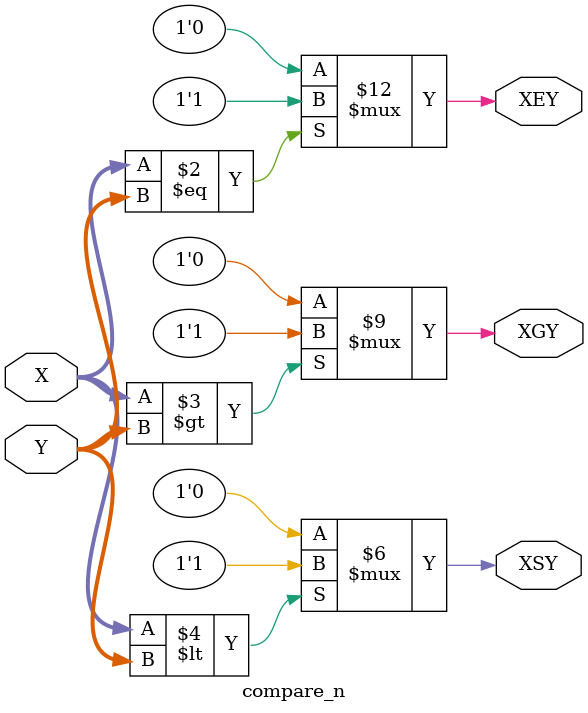
<source format=v>
module compare_n (
    X,Y,XGY,XSY,XEY
);
    input [width-1:0] X,Y;
    output  XGY,XSY,XEY;
    reg XGY,XSY,XEY;
    parameter width = 8;
    always @(X or Y) begin
        if(X==Y)
            XEY=1;
        else 
            XEY=0;
        if(X>Y)
            XGY=1;
        else
            XGY=0;
        if(X<Y)
            XSY=1;
        else   
            XSY=0;
    end
endmodule
</source>
